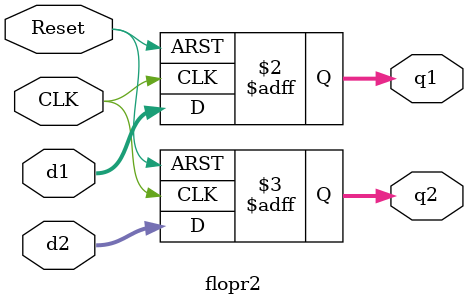
<source format=sv>
module flopr2 #(parameter WIDTH = 32)
               (input  logic CLK, Reset,
                input  logic [WIDTH-1:0] d1, d2,
                output logic [WIDTH-1:0] q1, q2
               );
               
always_ff @(posedge CLK, posedge Reset)
    if(Reset)
        begin 
            q1 <= 0; q2 <= 0; 
        end
    else
        begin
            q1 <= d1;
            q2 <= d2;
        end
endmodule
</source>
